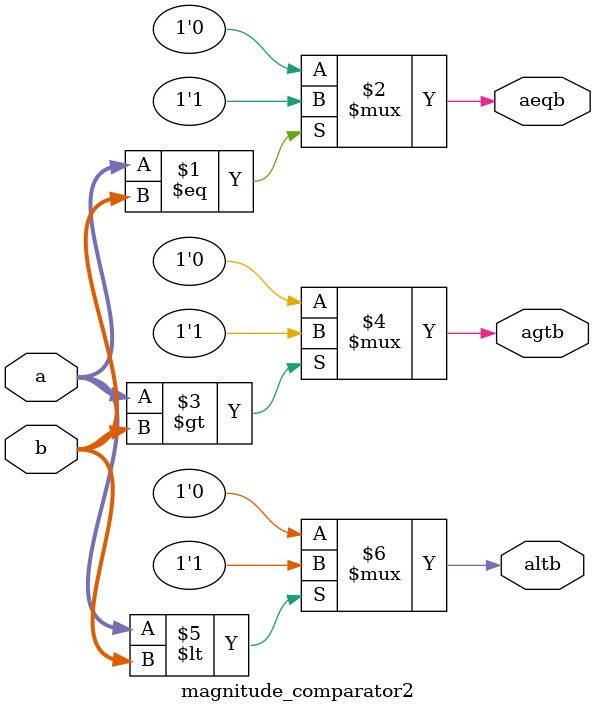
<source format=v>
module magnitude_comparator2 (
	input [3:0] a, b,
	
	output aeqb, agtb, altb
);

	assign aeqb = (a == b) ? 1'b1 : 1'b0;
	assign agtb = (a > b)  ? 1'b1 : 1'b0;
	assign altb = (a < b)  ? 1'b1 : 1'b0;
endmodule

</source>
